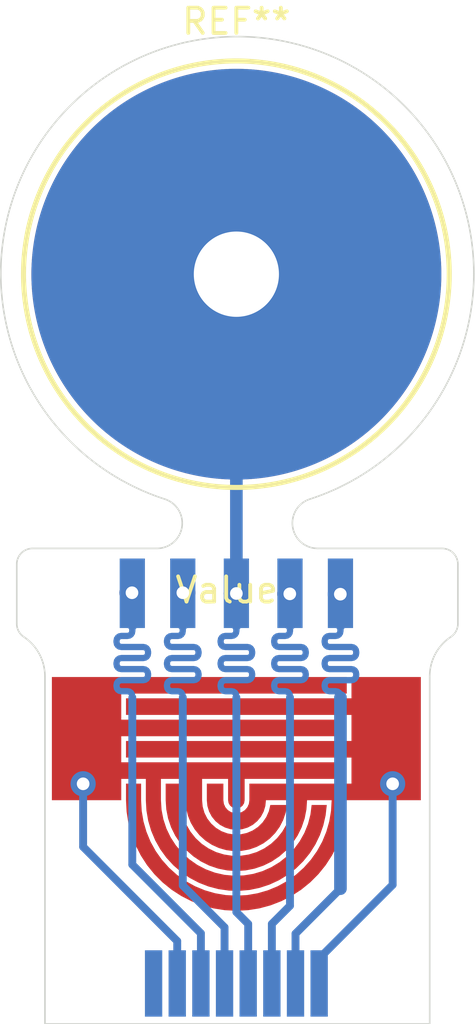
<source format=kicad_pcb>
(kicad_pcb (version 20171130) (host pcbnew "(5.1.6-0-10_14)")

  (general
    (thickness 0.2)
    (drawings 16)
    (tracks 30)
    (zones 0)
    (modules 1)
    (nets 1)
  )

  (page A4)
  (layers
    (0 F.Cu signal)
    (31 B.Cu signal)
    (32 B.Adhes user)
    (33 F.Adhes user)
    (34 B.Paste user)
    (35 F.Paste user)
    (36 B.SilkS user)
    (37 F.SilkS user)
    (38 B.Mask user)
    (39 F.Mask user)
    (40 Dwgs.User user)
    (41 Cmts.User user)
    (42 Eco1.User user)
    (43 Eco2.User user)
    (44 Edge.Cuts user)
    (45 Margin user)
    (46 B.CrtYd user)
    (47 F.CrtYd user)
    (48 B.Fab user)
    (49 F.Fab user)
  )

  (setup
    (last_trace_width 0.25)
    (trace_clearance 0.2)
    (zone_clearance 0.508)
    (zone_45_only no)
    (trace_min 0.2)
    (via_size 0.8)
    (via_drill 0.4)
    (via_min_size 0.4)
    (via_min_drill 0.3)
    (uvia_size 0.3)
    (uvia_drill 0.1)
    (uvias_allowed no)
    (uvia_min_size 0.2)
    (uvia_min_drill 0.1)
    (edge_width 0.05)
    (segment_width 0.2)
    (pcb_text_width 0.3)
    (pcb_text_size 1.5 1.5)
    (mod_edge_width 0.12)
    (mod_text_size 1 1)
    (mod_text_width 0.15)
    (pad_size 13 13)
    (pad_drill 2.7)
    (pad_to_mask_clearance 0.05)
    (aux_axis_origin 0 0)
    (grid_origin 142.53 133.15)
    (visible_elements FFFFFF7F)
    (pcbplotparams
      (layerselection 0x010fc_ffffffff)
      (usegerberextensions false)
      (usegerberattributes true)
      (usegerberadvancedattributes true)
      (creategerberjobfile true)
      (excludeedgelayer true)
      (linewidth 0.100000)
      (plotframeref false)
      (viasonmask false)
      (mode 1)
      (useauxorigin false)
      (hpglpennumber 1)
      (hpglpenspeed 20)
      (hpglpendiameter 15.000000)
      (psnegative false)
      (psa4output false)
      (plotreference true)
      (plotvalue true)
      (plotinvisibletext false)
      (padsonsilk false)
      (subtractmaskfromsilk false)
      (outputformat 1)
      (mirror false)
      (drillshape 1)
      (scaleselection 1)
      (outputdirectory ""))
  )

  (net 0 "")

  (net_class Default "This is the default net class."
    (clearance 0.2)
    (trace_width 0.25)
    (via_dia 0.8)
    (via_drill 0.4)
    (uvia_dia 0.3)
    (uvia_drill 0.1)
  )

  (module BYTE_Parts:Flex_Footprint_49 (layer F.Cu) (tedit 614817FD) (tstamp 614814E1)
    (at 142.66 116.43)
    (descr "Flex_StepUp_FSR_36 StepUp generated footprint")
    (fp_text reference REF** (at 0 -8) (layer F.SilkS)
      (effects (font (size 0.8 0.8) (thickness 0.12)))
    )
    (fp_text value "Value " (at 0 10) (layer F.SilkS)
      (effects (font (size 0.8 0.8) (thickness 0.12)))
    )
    (fp_text user %R (at 0 -8) (layer F.Fab)
      (effects (font (size 0.8 0.8) (thickness 0.12)))
    )
    (fp_text user "EDIT PAD NUMBERS" (at 0 9) (layer Cmts.User)
      (effects (font (size 1 1) (thickness 0.2) italic))
    )
    (fp_circle (center 0 0) (end -6.75 0) (layer F.SilkS) (width 0.16))
    (fp_circle (center 0 0) (end -6.55 0) (layer F.Fab) (width 0.1))
    (fp_circle (center 0 0) (end -7 0) (layer F.CrtYd) (width 0.05))
    (pad "#" thru_hole circle (at 0 0) (size 13 13) (drill 2.7) (layers *.Cu *.Mask))
    (pad "#" smd custom (at 3.3 13.4) (size 0.1 0.1) (layers B.Cu B.Mask)
      (zone_connect 0)
      (options (clearance outline) (anchor circle))
      (primitives
        (gr_poly (pts
           (xy -0.15 -2.05) (xy -0.115 -2.065) (xy -0.1 -2.1) (xy -0.1 -2.15) (xy -0.115 -2.185)
           (xy -0.15 -2.2) (xy -0.4 -2.2) (xy -0.4 -4.4) (xy 0.4 -4.4) (xy 0.4 -2.2)
           (xy 0.15 -2.2) (xy 0.115 -2.185) (xy 0.1 -2.15) (xy 0.1 -2.1) (xy 0.081 -2.004)
           (xy 0.027 -1.923) (xy -0.054 -1.869) (xy -0.15 -1.85) (xy -0.35 -1.85) (xy -0.385 -1.835)
           (xy -0.4 -1.8) (xy -0.4 -1.75) (xy -0.385 -1.715) (xy -0.35 -1.7) (xy 0.35 -1.7)
           (xy 0.446 -1.681) (xy 0.527 -1.627) (xy 0.581 -1.546) (xy 0.6 -1.45) (xy 0.6 -1.4)
           (xy 0.581 -1.304) (xy 0.527 -1.223) (xy 0.446 -1.169) (xy 0.35 -1.15) (xy -0.35 -1.15)
           (xy -0.385 -1.135) (xy -0.4 -1.1) (xy -0.4 -1.05) (xy -0.385 -1.015) (xy -0.35 -1)
           (xy 0.35 -1) (xy 0.446 -0.981) (xy 0.527 -0.927) (xy 0.581 -0.846) (xy 0.6 -0.75)
           (xy 0.6 -0.7) (xy 0.581 -0.604) (xy 0.527 -0.523) (xy 0.446 -0.469) (xy 0.35 -0.45)
           (xy -0.35 -0.45) (xy -0.385 -0.435) (xy -0.4 -0.4) (xy -0.4 -0.35) (xy -0.385 -0.315)
           (xy -0.35 -0.3) (xy -0.15 -0.3) (xy -0.054 -0.281) (xy 0.027 -0.227) (xy 0.081 -0.146)
           (xy 0.1 -0.05) (xy 0.1 0) (xy 0.081 0.059) (xy 0.031 0.095) (xy -0.031 0.095)
           (xy -0.081 0.059) (xy -0.1 0) (xy -0.1 -0.05) (xy -0.115 -0.085) (xy -0.15 -0.1)
           (xy -0.35 -0.1) (xy -0.446 -0.119) (xy -0.527 -0.173) (xy -0.581 -0.254) (xy -0.6 -0.35)
           (xy -0.6 -0.4) (xy -0.581 -0.496) (xy -0.527 -0.577) (xy -0.446 -0.631) (xy -0.35 -0.65)
           (xy 0.35 -0.65) (xy 0.385 -0.665) (xy 0.4 -0.7) (xy 0.4 -0.75) (xy 0.385 -0.785)
           (xy 0.35 -0.8) (xy -0.35 -0.8) (xy -0.446 -0.819) (xy -0.527 -0.873) (xy -0.581 -0.954)
           (xy -0.6 -1.05) (xy -0.6 -1.1) (xy -0.581 -1.196) (xy -0.527 -1.277) (xy -0.446 -1.331)
           (xy -0.35 -1.35) (xy 0.35 -1.35) (xy 0.385 -1.365) (xy 0.4 -1.4) (xy 0.4 -1.45)
           (xy 0.385 -1.485) (xy 0.35 -1.5) (xy -0.35 -1.5) (xy -0.446 -1.519) (xy -0.527 -1.573)
           (xy -0.581 -1.654) (xy -0.6 -1.75) (xy -0.6 -1.8) (xy -0.581 -1.896) (xy -0.527 -1.977)
           (xy -0.446 -2.031) (xy -0.35 -2.05)) (width 0))
      ))
    (pad "#" smd custom (at -2.625 22.45) (size 0.2 0.2) (layers B.Cu B.Mask)
      (zone_connect 0)
      (options (clearance outline) (anchor circle))
      (primitives
        (gr_poly (pts
           (xy -0.275 -1.05) (xy -0.275 1.05) (xy 0.275 1.05) (xy 0.275 -1.05)) (width 0))
      ))
    (pad "#" smd custom (at -1.875 22.45) (size 0.2 0.2) (layers B.Cu B.Mask)
      (zone_connect 0)
      (options (clearance outline) (anchor circle))
      (primitives
        (gr_poly (pts
           (xy 0.275 -1.05) (xy 0.275 1.05) (xy -0.275 1.05) (xy -0.275 -1.05)) (width 0))
      ))
    (pad "#" smd custom (at -1.125 22.45) (size 0.2 0.2) (layers B.Cu B.Mask)
      (zone_connect 0)
      (options (clearance outline) (anchor circle))
      (primitives
        (gr_poly (pts
           (xy 0.275 -1.05) (xy 0.275 1.05) (xy -0.275 1.05) (xy -0.275 -1.05)) (width 0))
      ))
    (pad "#" smd custom (at -0.375 22.45) (size 0.2 0.2) (layers B.Cu B.Mask)
      (zone_connect 0)
      (options (clearance outline) (anchor circle))
      (primitives
        (gr_poly (pts
           (xy 0.275 1.05) (xy -0.275 1.05) (xy -0.275 -1.05) (xy 0.275 -1.05)) (width 0))
      ))
    (pad "#" smd custom (at 0.375 22.45) (size 0.2 0.2) (layers B.Cu B.Mask)
      (zone_connect 0)
      (options (clearance outline) (anchor circle))
      (primitives
        (gr_poly (pts
           (xy 0.275 -1.05) (xy 0.275 1.05) (xy -0.275 1.05) (xy -0.275 -1.05)) (width 0))
      ))
    (pad "#" smd custom (at 1.125 22.45) (size 0.2 0.2) (layers B.Cu B.Mask)
      (zone_connect 0)
      (options (clearance outline) (anchor circle))
      (primitives
        (gr_poly (pts
           (xy 0.275 -1.05) (xy 0.275 1.05) (xy -0.275 1.05) (xy -0.275 -1.05)) (width 0))
      ))
    (pad "#" smd custom (at 1.875 22.45) (size 0.2 0.2) (layers B.Cu B.Mask)
      (zone_connect 0)
      (options (clearance outline) (anchor circle))
      (primitives
        (gr_poly (pts
           (xy 0.275 -1.05) (xy 0.275 1.05) (xy -0.275 1.05) (xy -0.275 -1.05)) (width 0))
      ))
    (pad "#" smd custom (at 2.625 22.45) (size 0.2 0.2) (layers B.Cu B.Mask)
      (zone_connect 0)
      (options (clearance outline) (anchor circle))
      (primitives
        (gr_poly (pts
           (xy 0.275 -1.05) (xy 0.275 1.05) (xy -0.275 1.05) (xy -0.275 -1.05)) (width 0))
      ))
    (pad "#" smd custom (at 4.85 13.75) (size 0.2 0.2) (layers F.Cu F.Mask)
      (zone_connect 0)
      (options (clearance outline) (anchor circle))
      (primitives
        (gr_poly (pts
           (xy -8.331 3.266) (xy -8.274 3.628) (xy -8.179 3.982) (xy -8.047 4.324) (xy -7.881 4.65)
           (xy -7.682 4.957) (xy -7.451 5.242) (xy -7.192 5.501) (xy -6.907 5.732) (xy -6.6 5.931)
           (xy -6.274 6.097) (xy -5.932 6.229) (xy -5.578 6.324) (xy -5.216 6.381) (xy -4.85 6.4)
           (xy -4.484 6.381) (xy -4.122 6.324) (xy -3.768 6.229) (xy -3.426 6.097) (xy -3.1 5.931)
           (xy -2.793 5.732) (xy -2.508 5.501) (xy -2.249 5.242) (xy -2.018 4.957) (xy -1.819 4.65)
           (xy -1.653 4.324) (xy -1.521 3.982) (xy -1.426 3.628) (xy -1.369 3.266) (xy -1.35 2.9)
           (xy 1 2.9) (xy 1 -1) (xy -1.2 -1) (xy -1.2 -0.325) (xy -8.35 -0.325)
           (xy -8.35 0.2) (xy -1.2 0.2) (xy -1.2 1.025) (xy -8.35 1.025) (xy -8.35 1.55)
           (xy -1.2 1.55) (xy -1.2 2.375) (xy -4.438 2.375) (xy -4.438 2.9) (xy -4.454 3.016)
           (xy -4.503 3.123) (xy -4.58 3.212) (xy -4.679 3.275) (xy -4.791 3.308) (xy -4.909 3.308)
           (xy -5.021 3.275) (xy -5.12 3.212) (xy -5.197 3.123) (xy -5.246 3.016) (xy -5.262 2.9)
           (xy -5.262 2.375) (xy -5.787 2.375) (xy -5.787 2.9) (xy -5.769 3.083) (xy -5.716 3.259)
           (xy -5.63 3.421) (xy -5.513 3.563) (xy -5.371 3.68) (xy -5.209 3.766) (xy -5.033 3.819)
           (xy -4.85 3.837) (xy -4.667 3.819) (xy -4.491 3.766) (xy -4.329 3.68) (xy -4.187 3.563)
           (xy -4.07 3.421) (xy -3.984 3.259) (xy -3.931 3.083) (xy -3.912 2.9) (xy -3.088 2.9)
           (xy -3.107 3.163) (xy -3.166 3.42) (xy -3.262 3.665) (xy -3.394 3.893) (xy -3.558 4.099)
           (xy -3.751 4.278) (xy -3.969 4.426) (xy -4.206 4.541) (xy -4.458 4.618) (xy -4.718 4.658)
           (xy -4.982 4.658) (xy -5.242 4.618) (xy -5.494 4.541) (xy -5.731 4.426) (xy -5.949 4.278)
           (xy -6.142 4.099) (xy -6.306 3.893) (xy -6.438 3.665) (xy -6.534 3.42) (xy -6.593 3.163)
           (xy -6.612 2.9) (xy -6.612 2.375) (xy -7.092 2.375) (xy -7.092 2.9) (xy -7.072 3.193)
           (xy -7.015 3.48) (xy -6.921 3.758) (xy -6.791 4.021) (xy -6.628 4.265) (xy -6.435 4.485)
           (xy -6.215 4.678) (xy -5.971 4.841) (xy -5.708 4.971) (xy -5.43 5.065) (xy -5.143 5.122)
           (xy -4.85 5.142) (xy -4.557 5.122) (xy -4.27 5.065) (xy -3.992 4.971) (xy -3.729 4.841)
           (xy -3.485 4.678) (xy -3.265 4.485) (xy -3.072 4.265) (xy -2.909 4.021) (xy -2.779 3.758)
           (xy -2.685 3.48) (xy -2.628 3.193) (xy -2.608 2.9) (xy -1.829 2.9) (xy -1.848 3.238)
           (xy -1.905 3.572) (xy -1.999 3.898) (xy -2.128 4.211) (xy -2.292 4.507) (xy -2.488 4.783)
           (xy -2.714 5.036) (xy -2.967 5.262) (xy -3.243 5.458) (xy -3.539 5.622) (xy -3.852 5.751)
           (xy -4.178 5.845) (xy -4.512 5.902) (xy -4.85 5.921) (xy -5.188 5.902) (xy -5.522 5.845)
           (xy -5.848 5.751) (xy -6.161 5.622) (xy -6.457 5.458) (xy -6.733 5.262) (xy -6.986 5.036)
           (xy -7.212 4.783) (xy -7.408 4.507) (xy -7.572 4.211) (xy -7.701 3.898) (xy -7.795 3.572)
           (xy -7.852 3.238) (xy -7.871 2.9) (xy -7.871 2.375) (xy -8.35 2.375) (xy -8.35 2.9)
) (width 0))
      ))
    (pad "#" smd custom (at -4.85 13.75) (size 0.2 0.2) (layers F.Cu F.Mask)
      (zone_connect 0)
      (options (clearance outline) (anchor circle))
      (primitives
        (gr_poly (pts
           (xy 8.35 -0.475) (xy 1.2 -0.475) (xy 1.2 0.35) (xy 8.35 0.35) (xy 8.35 0.875)
           (xy 1.2 0.875) (xy 1.2 1.7) (xy 8.35 1.7) (xy 8.35 2.225) (xy 5.112 2.225)
           (xy 5.112 2.9) (xy 5.097 2.99) (xy 5.051 3.069) (xy 4.981 3.127) (xy 4.896 3.159)
           (xy 4.804 3.159) (xy 4.719 3.127) (xy 4.649 3.069) (xy 4.603 2.99) (xy 4.587 2.9)
           (xy 4.587 2.225) (xy 3.763 2.225) (xy 3.763 2.9) (xy 3.782 3.103) (xy 3.838 3.299)
           (xy 3.93 3.481) (xy 4.055 3.642) (xy 4.207 3.777) (xy 4.382 3.882) (xy 4.574 3.952)
           (xy 4.775 3.985) (xy 4.979 3.98) (xy 5.178 3.937) (xy 5.366 3.858) (xy 5.535 3.745)
           (xy 5.681 3.602) (xy 5.797 3.434) (xy 5.88 3.248) (xy 5.927 3.05) (xy 6.456 3.05)
           (xy 6.414 3.292) (xy 6.336 3.525) (xy 6.224 3.743) (xy 6.08 3.942) (xy 5.908 4.117)
           (xy 5.711 4.264) (xy 5.494 4.378) (xy 5.262 4.459) (xy 5.02 4.503) (xy 4.775 4.511)
           (xy 4.531 4.481) (xy 4.295 4.414) (xy 4.071 4.312) (xy 3.866 4.178) (xy 3.684 4.013)
           (xy 3.528 3.823) (xy 3.403 3.612) (xy 3.312 3.384) (xy 3.256 3.145) (xy 3.238 2.9)
           (xy 3.238 2.225) (xy 2.458 2.225) (xy 2.458 2.9) (xy 2.478 3.206) (xy 2.537 3.507)
           (xy 2.633 3.798) (xy 2.766 4.074) (xy 2.934 4.331) (xy 3.133 4.564) (xy 3.36 4.77)
           (xy 3.611 4.946) (xy 3.883 5.087) (xy 4.171 5.193) (xy 4.47 5.261) (xy 4.775 5.29)
           (xy 5.081 5.28) (xy 5.384 5.231) (xy 5.678 5.144) (xy 5.958 5.019) (xy 6.22 4.86)
           (xy 6.46 4.669) (xy 6.673 4.448) (xy 6.856 4.202) (xy 7.006 3.935) (xy 7.121 3.651)
           (xy 7.198 3.354) (xy 7.237 3.05) (xy 7.717 3.05) (xy 7.681 3.376) (xy 7.608 3.696)
           (xy 7.499 4.006) (xy 7.356 4.301) (xy 7.179 4.578) (xy 6.972 4.833) (xy 6.738 5.063)
           (xy 6.478 5.264) (xy 6.198 5.435) (xy 5.9 5.572) (xy 5.588 5.674) (xy 5.266 5.741)
           (xy 4.939 5.769) (xy 4.611 5.761) (xy 4.286 5.715) (xy 3.968 5.632) (xy 3.662 5.514)
           (xy 3.371 5.361) (xy 3.1 5.176) (xy 2.852 4.961) (xy 2.63 4.72) (xy 2.436 4.454)
           (xy 2.275 4.169) (xy 2.147 3.866) (xy 2.054 3.551) (xy 1.998 3.228) (xy 1.979 2.9)
           (xy 1.979 2.225) (xy 1.2 2.225) (xy 1.2 2.9) (xy -1 2.9) (xy -1 -1)
           (xy 8.35 -1)) (width 0))
      ))
    (pad "#" smd custom (at -3.3 13.4) (size 0.1 0.1) (layers B.Cu B.Mask)
      (zone_connect 0)
      (options (clearance outline) (anchor circle))
      (primitives
        (gr_poly (pts
           (xy -0.15 -2.05) (xy -0.115 -2.065) (xy -0.1 -2.1) (xy -0.1 -2.15) (xy -0.115 -2.185)
           (xy -0.15 -2.2) (xy -0.4 -2.2) (xy -0.4 -4.4) (xy 0.4 -4.4) (xy 0.4 -2.2)
           (xy 0.15 -2.2) (xy 0.115 -2.185) (xy 0.1 -2.15) (xy 0.1 -2.1) (xy 0.081 -2.004)
           (xy 0.027 -1.923) (xy -0.054 -1.869) (xy -0.15 -1.85) (xy -0.35 -1.85) (xy -0.385 -1.835)
           (xy -0.4 -1.8) (xy -0.4 -1.75) (xy -0.385 -1.715) (xy -0.35 -1.7) (xy 0.35 -1.7)
           (xy 0.446 -1.681) (xy 0.527 -1.627) (xy 0.581 -1.546) (xy 0.6 -1.45) (xy 0.6 -1.4)
           (xy 0.581 -1.304) (xy 0.527 -1.223) (xy 0.446 -1.169) (xy 0.35 -1.15) (xy -0.35 -1.15)
           (xy -0.385 -1.135) (xy -0.4 -1.1) (xy -0.4 -1.05) (xy -0.385 -1.015) (xy -0.35 -1)
           (xy 0.35 -1) (xy 0.446 -0.981) (xy 0.527 -0.927) (xy 0.581 -0.846) (xy 0.6 -0.75)
           (xy 0.6 -0.7) (xy 0.581 -0.604) (xy 0.527 -0.523) (xy 0.446 -0.469) (xy 0.35 -0.45)
           (xy -0.35 -0.45) (xy -0.385 -0.435) (xy -0.4 -0.4) (xy -0.4 -0.35) (xy -0.385 -0.315)
           (xy -0.35 -0.3) (xy -0.15 -0.3) (xy -0.054 -0.281) (xy 0.027 -0.227) (xy 0.081 -0.146)
           (xy 0.1 -0.05) (xy 0.1 0) (xy 0.081 0.059) (xy 0.031 0.095) (xy -0.031 0.095)
           (xy -0.081 0.059) (xy -0.1 0) (xy -0.1 -0.05) (xy -0.115 -0.085) (xy -0.15 -0.1)
           (xy -0.35 -0.1) (xy -0.446 -0.119) (xy -0.527 -0.173) (xy -0.581 -0.254) (xy -0.6 -0.35)
           (xy -0.6 -0.4) (xy -0.581 -0.496) (xy -0.527 -0.577) (xy -0.446 -0.631) (xy -0.35 -0.65)
           (xy 0.35 -0.65) (xy 0.385 -0.665) (xy 0.4 -0.7) (xy 0.4 -0.75) (xy 0.385 -0.785)
           (xy 0.35 -0.8) (xy -0.35 -0.8) (xy -0.446 -0.819) (xy -0.527 -0.873) (xy -0.581 -0.954)
           (xy -0.6 -1.05) (xy -0.6 -1.1) (xy -0.581 -1.196) (xy -0.527 -1.277) (xy -0.446 -1.331)
           (xy -0.35 -1.35) (xy 0.35 -1.35) (xy 0.385 -1.365) (xy 0.4 -1.4) (xy 0.4 -1.45)
           (xy 0.385 -1.485) (xy 0.35 -1.5) (xy -0.35 -1.5) (xy -0.446 -1.519) (xy -0.527 -1.573)
           (xy -0.581 -1.654) (xy -0.6 -1.75) (xy -0.6 -1.8) (xy -0.581 -1.896) (xy -0.527 -1.977)
           (xy -0.446 -2.031) (xy -0.35 -2.05)) (width 0))
      ))
    (pad "#" smd custom (at -1.7 13.4) (size 0.1 0.1) (layers B.Cu B.Mask)
      (zone_connect 0)
      (options (clearance outline) (anchor circle))
      (primitives
        (gr_poly (pts
           (xy -0.15 -2.05) (xy -0.115 -2.065) (xy -0.1 -2.1) (xy -0.1 -2.15) (xy -0.115 -2.185)
           (xy -0.15 -2.2) (xy -0.4 -2.2) (xy -0.4 -4.4) (xy 0.4 -4.4) (xy 0.4 -2.2)
           (xy 0.15 -2.2) (xy 0.115 -2.185) (xy 0.1 -2.15) (xy 0.1 -2.1) (xy 0.081 -2.004)
           (xy 0.027 -1.923) (xy -0.054 -1.869) (xy -0.15 -1.85) (xy -0.35 -1.85) (xy -0.385 -1.835)
           (xy -0.4 -1.8) (xy -0.4 -1.75) (xy -0.385 -1.715) (xy -0.35 -1.7) (xy 0.35 -1.7)
           (xy 0.446 -1.681) (xy 0.527 -1.627) (xy 0.581 -1.546) (xy 0.6 -1.45) (xy 0.6 -1.4)
           (xy 0.581 -1.304) (xy 0.527 -1.223) (xy 0.446 -1.169) (xy 0.35 -1.15) (xy -0.35 -1.15)
           (xy -0.385 -1.135) (xy -0.4 -1.1) (xy -0.4 -1.05) (xy -0.385 -1.015) (xy -0.35 -1)
           (xy 0.35 -1) (xy 0.446 -0.981) (xy 0.527 -0.927) (xy 0.581 -0.846) (xy 0.6 -0.75)
           (xy 0.6 -0.7) (xy 0.581 -0.604) (xy 0.527 -0.523) (xy 0.446 -0.469) (xy 0.35 -0.45)
           (xy -0.35 -0.45) (xy -0.385 -0.435) (xy -0.4 -0.4) (xy -0.4 -0.35) (xy -0.385 -0.315)
           (xy -0.35 -0.3) (xy -0.15 -0.3) (xy -0.054 -0.281) (xy 0.027 -0.227) (xy 0.081 -0.146)
           (xy 0.1 -0.05) (xy 0.1 0) (xy 0.081 0.059) (xy 0.031 0.095) (xy -0.031 0.095)
           (xy -0.081 0.059) (xy -0.1 0) (xy -0.1 -0.05) (xy -0.115 -0.085) (xy -0.15 -0.1)
           (xy -0.35 -0.1) (xy -0.446 -0.119) (xy -0.527 -0.173) (xy -0.581 -0.254) (xy -0.6 -0.35)
           (xy -0.6 -0.4) (xy -0.581 -0.496) (xy -0.527 -0.577) (xy -0.446 -0.631) (xy -0.35 -0.65)
           (xy 0.35 -0.65) (xy 0.385 -0.665) (xy 0.4 -0.7) (xy 0.4 -0.75) (xy 0.385 -0.785)
           (xy 0.35 -0.8) (xy -0.35 -0.8) (xy -0.446 -0.819) (xy -0.527 -0.873) (xy -0.581 -0.954)
           (xy -0.6 -1.05) (xy -0.6 -1.1) (xy -0.581 -1.196) (xy -0.527 -1.277) (xy -0.446 -1.331)
           (xy -0.35 -1.35) (xy 0.35 -1.35) (xy 0.385 -1.365) (xy 0.4 -1.4) (xy 0.4 -1.45)
           (xy 0.385 -1.485) (xy 0.35 -1.5) (xy -0.35 -1.5) (xy -0.446 -1.519) (xy -0.527 -1.573)
           (xy -0.581 -1.654) (xy -0.6 -1.75) (xy -0.6 -1.8) (xy -0.581 -1.896) (xy -0.527 -1.977)
           (xy -0.446 -2.031) (xy -0.35 -2.05)) (width 0))
      ))
    (pad "#" smd custom (at 0 13.4) (size 0.1 0.1) (layers B.Cu B.Mask)
      (zone_connect 0)
      (options (clearance outline) (anchor circle))
      (primitives
        (gr_poly (pts
           (xy -0.15 -2.05) (xy -0.115 -2.065) (xy -0.1 -2.1) (xy -0.1 -2.15) (xy -0.115 -2.185)
           (xy -0.15 -2.2) (xy -0.4 -2.2) (xy -0.4 -4.4) (xy 0.4 -4.4) (xy 0.4 -2.2)
           (xy 0.15 -2.2) (xy 0.115 -2.185) (xy 0.1 -2.15) (xy 0.1 -2.1) (xy 0.081 -2.004)
           (xy 0.027 -1.923) (xy -0.054 -1.869) (xy -0.15 -1.85) (xy -0.35 -1.85) (xy -0.385 -1.835)
           (xy -0.4 -1.8) (xy -0.4 -1.75) (xy -0.385 -1.715) (xy -0.35 -1.7) (xy 0.35 -1.7)
           (xy 0.446 -1.681) (xy 0.527 -1.627) (xy 0.581 -1.546) (xy 0.6 -1.45) (xy 0.6 -1.4)
           (xy 0.581 -1.304) (xy 0.527 -1.223) (xy 0.446 -1.169) (xy 0.35 -1.15) (xy -0.35 -1.15)
           (xy -0.385 -1.135) (xy -0.4 -1.1) (xy -0.4 -1.05) (xy -0.385 -1.015) (xy -0.35 -1)
           (xy 0.35 -1) (xy 0.446 -0.981) (xy 0.527 -0.927) (xy 0.581 -0.846) (xy 0.6 -0.75)
           (xy 0.6 -0.7) (xy 0.581 -0.604) (xy 0.527 -0.523) (xy 0.446 -0.469) (xy 0.35 -0.45)
           (xy -0.35 -0.45) (xy -0.385 -0.435) (xy -0.4 -0.4) (xy -0.4 -0.35) (xy -0.385 -0.315)
           (xy -0.35 -0.3) (xy -0.15 -0.3) (xy -0.054 -0.281) (xy 0.027 -0.227) (xy 0.081 -0.146)
           (xy 0.1 -0.05) (xy 0.1 0) (xy 0.081 0.059) (xy 0.031 0.095) (xy -0.031 0.095)
           (xy -0.081 0.059) (xy -0.1 0) (xy -0.1 -0.05) (xy -0.115 -0.085) (xy -0.15 -0.1)
           (xy -0.35 -0.1) (xy -0.446 -0.119) (xy -0.527 -0.173) (xy -0.581 -0.254) (xy -0.6 -0.35)
           (xy -0.6 -0.4) (xy -0.581 -0.496) (xy -0.527 -0.577) (xy -0.446 -0.631) (xy -0.35 -0.65)
           (xy 0.35 -0.65) (xy 0.385 -0.665) (xy 0.4 -0.7) (xy 0.4 -0.75) (xy 0.385 -0.785)
           (xy 0.35 -0.8) (xy -0.35 -0.8) (xy -0.446 -0.819) (xy -0.527 -0.873) (xy -0.581 -0.954)
           (xy -0.6 -1.05) (xy -0.6 -1.1) (xy -0.581 -1.196) (xy -0.527 -1.277) (xy -0.446 -1.331)
           (xy -0.35 -1.35) (xy 0.35 -1.35) (xy 0.385 -1.365) (xy 0.4 -1.4) (xy 0.4 -1.45)
           (xy 0.385 -1.485) (xy 0.35 -1.5) (xy -0.35 -1.5) (xy -0.446 -1.519) (xy -0.527 -1.573)
           (xy -0.581 -1.654) (xy -0.6 -1.75) (xy -0.6 -1.8) (xy -0.581 -1.896) (xy -0.527 -1.977)
           (xy -0.446 -2.031) (xy -0.35 -2.05)) (width 0))
      ))
    (pad "#" smd custom (at 1.7 13.4) (size 0.1 0.1) (layers B.Cu B.Mask)
      (zone_connect 0)
      (options (clearance outline) (anchor circle))
      (primitives
        (gr_poly (pts
           (xy -0.15 -2.05) (xy -0.115 -2.065) (xy -0.1 -2.1) (xy -0.1 -2.15) (xy -0.115 -2.185)
           (xy -0.15 -2.2) (xy -0.4 -2.2) (xy -0.4 -4.4) (xy 0.4 -4.4) (xy 0.4 -2.2)
           (xy 0.15 -2.2) (xy 0.115 -2.185) (xy 0.1 -2.15) (xy 0.1 -2.1) (xy 0.081 -2.004)
           (xy 0.027 -1.923) (xy -0.054 -1.869) (xy -0.15 -1.85) (xy -0.35 -1.85) (xy -0.385 -1.835)
           (xy -0.4 -1.8) (xy -0.4 -1.75) (xy -0.385 -1.715) (xy -0.35 -1.7) (xy 0.35 -1.7)
           (xy 0.446 -1.681) (xy 0.527 -1.627) (xy 0.581 -1.546) (xy 0.6 -1.45) (xy 0.6 -1.4)
           (xy 0.581 -1.304) (xy 0.527 -1.223) (xy 0.446 -1.169) (xy 0.35 -1.15) (xy -0.35 -1.15)
           (xy -0.385 -1.135) (xy -0.4 -1.1) (xy -0.4 -1.05) (xy -0.385 -1.015) (xy -0.35 -1)
           (xy 0.35 -1) (xy 0.446 -0.981) (xy 0.527 -0.927) (xy 0.581 -0.846) (xy 0.6 -0.75)
           (xy 0.6 -0.7) (xy 0.581 -0.604) (xy 0.527 -0.523) (xy 0.446 -0.469) (xy 0.35 -0.45)
           (xy -0.35 -0.45) (xy -0.385 -0.435) (xy -0.4 -0.4) (xy -0.4 -0.35) (xy -0.385 -0.315)
           (xy -0.35 -0.3) (xy -0.15 -0.3) (xy -0.054 -0.281) (xy 0.027 -0.227) (xy 0.081 -0.146)
           (xy 0.1 -0.05) (xy 0.1 0) (xy 0.081 0.059) (xy 0.031 0.095) (xy -0.031 0.095)
           (xy -0.081 0.059) (xy -0.1 0) (xy -0.1 -0.05) (xy -0.115 -0.085) (xy -0.15 -0.1)
           (xy -0.35 -0.1) (xy -0.446 -0.119) (xy -0.527 -0.173) (xy -0.581 -0.254) (xy -0.6 -0.35)
           (xy -0.6 -0.4) (xy -0.581 -0.496) (xy -0.527 -0.577) (xy -0.446 -0.631) (xy -0.35 -0.65)
           (xy 0.35 -0.65) (xy 0.385 -0.665) (xy 0.4 -0.7) (xy 0.4 -0.75) (xy 0.385 -0.785)
           (xy 0.35 -0.8) (xy -0.35 -0.8) (xy -0.446 -0.819) (xy -0.527 -0.873) (xy -0.581 -0.954)
           (xy -0.6 -1.05) (xy -0.6 -1.1) (xy -0.581 -1.196) (xy -0.527 -1.277) (xy -0.446 -1.331)
           (xy -0.35 -1.35) (xy 0.35 -1.35) (xy 0.385 -1.365) (xy 0.4 -1.4) (xy 0.4 -1.45)
           (xy 0.385 -1.485) (xy 0.35 -1.5) (xy -0.35 -1.5) (xy -0.446 -1.519) (xy -0.527 -1.573)
           (xy -0.581 -1.654) (xy -0.6 -1.75) (xy -0.6 -1.8) (xy -0.581 -1.896) (xy -0.527 -1.977)
           (xy -0.446 -2.031) (xy -0.35 -2.05)) (width 0))
      ))
    (model "/Users/oneohm/Documents/PCB Designs/BYTE_Flex/Flex_02/Flex_StepUp_FSR_36.wrl"
      (at (xyz 0 0 0))
      (scale (xyz 1 1 1))
      (rotate (xyz 0 0 0))
    )
  )

  (gr_line (start 136.59 129.16) (end 136.59 140.16) (angle 90) (layer Edge.Cuts) (width 0.05))
  (gr_arc (start 135.09 129.16) (end 136.59 129.16) (angle -56.443) (layer Edge.Cuts) (width 0.05))
  (gr_arc (start 149.184 125.61) (end 149.684 125.61) (angle -90) (layer Edge.Cuts) (width 0.05))
  (gr_arc (start 150.29 129.16) (end 149.461 127.91) (angle -56.443) (layer Edge.Cuts) (width 0.05))
  (gr_line (start 135.696 127.493) (end 135.696 125.61) (angle 90) (layer Edge.Cuts) (width 0.05))
  (gr_line (start 148.79 140.16) (end 136.59 140.16) (angle 90) (layer Edge.Cuts) (width 0.05))
  (gr_arc (start 136.196 127.493) (end 135.696 127.493) (angle -56.443) (layer Edge.Cuts) (width 0.05))
  (gr_arc (start 136.196 125.61) (end 136.196 125.11) (angle -90) (layer Edge.Cuts) (width 0.05))
  (gr_arc (start 149.184 127.493) (end 149.461 127.91) (angle -56.443) (layer Edge.Cuts) (width 0.05))
  (gr_line (start 149.684 127.493) (end 149.684 125.61) (angle 90) (layer Edge.Cuts) (width 0.05))
  (gr_arc (start 145.236 124.31) (end 144.99 123.549) (angle -162.14) (layer Edge.Cuts) (width 0.05))
  (gr_line (start 136.196 125.11) (end 140.144 125.11) (angle 90) (layer Edge.Cuts) (width 0.05))
  (gr_arc (start 140.144 124.31) (end 140.144 125.11) (angle -162.14) (layer Edge.Cuts) (width 0.05))
  (gr_line (start 149.184 125.11) (end 145.236 125.11) (angle 90) (layer Edge.Cuts) (width 0.05))
  (gr_arc (start 142.69 116.41) (end 144.99 123.549) (angle -324.279) (layer Edge.Cuts) (width 0.05))
  (gr_line (start 148.79 129.16) (end 148.79 140.16) (angle 90) (layer Edge.Cuts) (width 0.05))

  (segment (start 144.535 137.3045) (end 144.535 138.88) (width 0.25) (layer B.Cu) (net 0))
  (segment (start 145.96 135.8795) (end 144.535 137.3045) (width 0.25) (layer B.Cu) (net 0))
  (segment (start 145.96 129.83) (end 145.96 135.8795) (width 0.4) (layer B.Cu) (net 0))
  (via (at 137.80052 132.56072) (size 0.8) (drill 0.4) (layers F.Cu B.Cu) (net 0))
  (via (at 147.61508 132.56072) (size 0.8) (drill 0.4) (layers F.Cu B.Cu) (net 0))
  (segment (start 147.61508 132.56072) (end 147.61508 135.75858) (width 0.25) (layer B.Cu) (net 0))
  (segment (start 145.285 138.08866) (end 145.285 138.88) (width 0.25) (layer B.Cu) (net 0))
  (segment (start 147.61508 135.75858) (end 145.285 138.08866) (width 0.25) (layer B.Cu) (net 0))
  (segment (start 143.035 136.9951) (end 143.035 138.88) (width 0.25) (layer B.Cu) (net 0))
  (segment (start 142.66 136.6201) (end 143.035 136.9951) (width 0.25) (layer B.Cu) (net 0))
  (segment (start 142.66 129.83) (end 142.66 136.6201) (width 0.25) (layer B.Cu) (net 0))
  (segment (start 142.285 137.10362) (end 142.285 138.88) (width 0.25) (layer B.Cu) (net 0))
  (segment (start 140.96 135.77862) (end 142.285 137.10362) (width 0.25) (layer B.Cu) (net 0))
  (segment (start 140.96 129.83) (end 140.96 135.77862) (width 0.25) (layer B.Cu) (net 0))
  (segment (start 143.785 136.99532) (end 143.785 138.88) (width 0.25) (layer B.Cu) (net 0))
  (segment (start 144.36 136.42032) (end 143.785 136.99532) (width 0.25) (layer B.Cu) (net 0))
  (segment (start 144.36 129.83) (end 144.36 136.42032) (width 0.25) (layer B.Cu) (net 0))
  (segment (start 141.535 137.29342) (end 141.535 138.88) (width 0.25) (layer B.Cu) (net 0))
  (segment (start 139.36 135.11842) (end 141.535 137.29342) (width 0.25) (layer B.Cu) (net 0))
  (segment (start 139.36 129.83) (end 139.36 135.11842) (width 0.25) (layer B.Cu) (net 0))
  (segment (start 140.785 137.5391) (end 140.785 138.88) (width 0.25) (layer B.Cu) (net 0))
  (segment (start 137.80052 134.55462) (end 140.785 137.5391) (width 0.25) (layer B.Cu) (net 0))
  (segment (start 137.80052 132.56072) (end 137.80052 134.55462) (width 0.25) (layer B.Cu) (net 0))
  (via (at 139.34992 126.51298) (size 0.8) (drill 0.4) (layers F.Cu B.Cu) (net 0))
  (via (at 140.96282 126.51298) (size 0.8) (drill 0.4) (layers F.Cu B.Cu) (net 0))
  (via (at 142.65954 126.53584) (size 0.8) (drill 0.4) (layers F.Cu B.Cu) (net 0))
  (via (at 144.35372 126.54854) (size 0.8) (drill 0.4) (layers F.Cu B.Cu) (net 0))
  (via (at 145.95646 126.5587) (size 0.8) (drill 0.4) (layers F.Cu B.Cu) (net 0))
  (segment (start 142.66 126.53538) (end 142.65954 126.53584) (width 0.25) (layer B.Cu) (net 0))
  (segment (start 142.66 116.43) (end 142.66 126.53538) (width 0.4) (layer B.Cu) (net 0))

)

</source>
